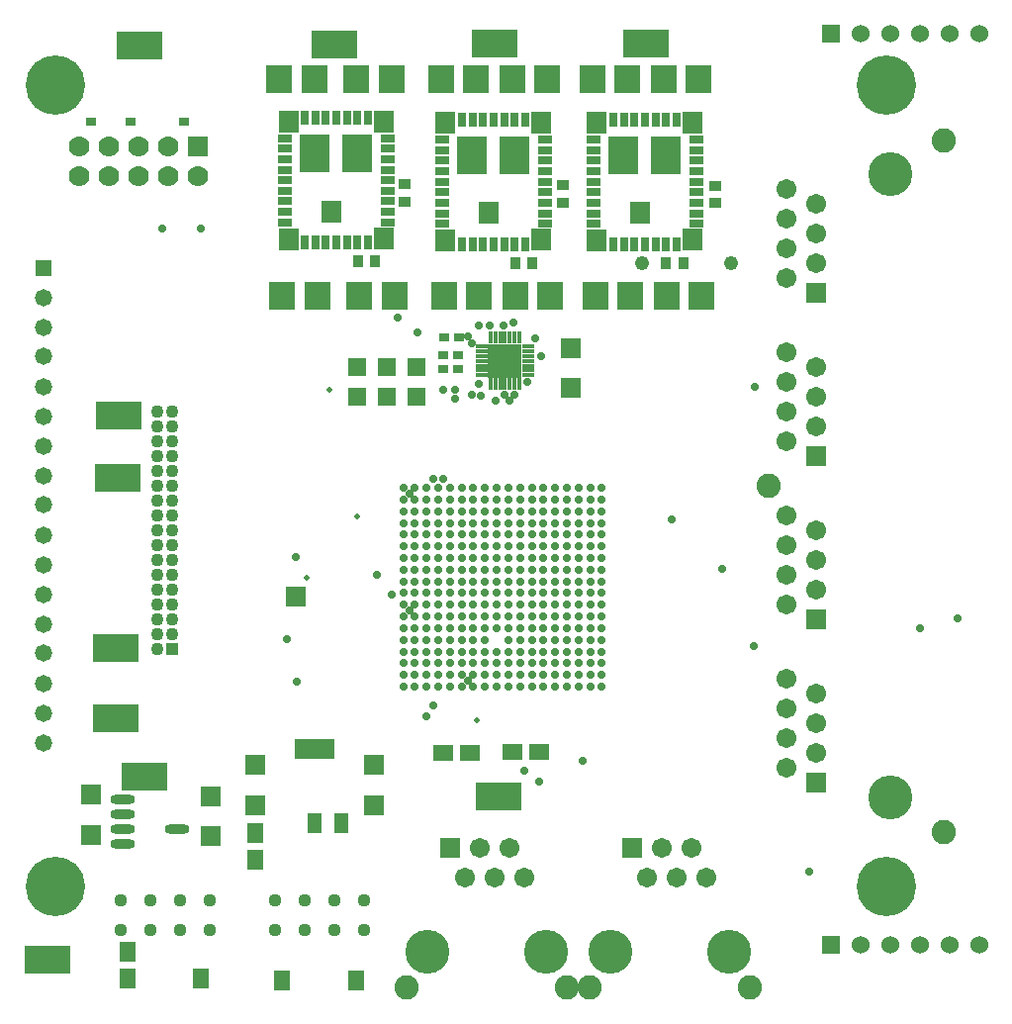
<source format=gts>
%FSLAX25Y25*%
%MOIN*%
G70*
G01*
G75*
G04 Layer_Color=8388736*
%ADD10C,0.00455*%
%ADD11C,0.00400*%
%ADD12C,0.02000*%
%ADD13R,0.02500X0.02000*%
%ADD14R,0.02756X0.03543*%
%ADD15R,0.06000X0.05000*%
%ADD16R,0.03740X0.02362*%
%ADD17R,0.02362X0.03740*%
%ADD18R,0.03740X0.02362*%
%ADD19R,0.02362X0.03740*%
%ADD20R,0.15000X0.08500*%
%ADD21R,0.03543X0.02756*%
%ADD22R,0.00800X0.03300*%
%ADD23R,0.03300X0.00800*%
%ADD24O,0.00800X0.03300*%
%ADD25R,0.10400X0.10400*%
%ADD26C,0.00600*%
%ADD27C,0.01200*%
%ADD28C,0.02500*%
%ADD29C,0.01000*%
%ADD30C,0.00800*%
%ADD31C,0.02000*%
%ADD32C,0.03500*%
%ADD33C,0.04000*%
%ADD34C,0.00500*%
%ADD35C,0.00900*%
%ADD36R,0.02362X0.03740*%
%ADD37R,0.02362X0.03740*%
%ADD38C,0.05200*%
%ADD39R,0.05200X0.05200*%
%ADD40R,0.06000X0.06000*%
%ADD41C,0.03600*%
%ADD42C,0.07400*%
%ADD43C,0.14000*%
%ADD44C,0.05906*%
%ADD45R,0.05906X0.05906*%
%ADD46R,0.07874X0.08661*%
%ADD47R,0.09252X0.12205*%
%ADD48R,0.06299X0.06693*%
%ADD49R,0.06299X0.06693*%
%ADD50C,0.20000*%
%ADD51R,0.05000X0.06000*%
%ADD52R,0.05906X0.05906*%
%ADD53C,0.03500*%
%ADD54R,0.03500X0.03500*%
%ADD55C,0.06200*%
%ADD56R,0.06200X0.06200*%
%ADD57C,0.05000*%
%ADD58R,0.05000X0.05000*%
%ADD59C,0.04000*%
G04:AMPARAMS|DCode=60|XSize=20mil|YSize=20mil|CornerRadius=10mil|HoleSize=0mil|Usage=FLASHONLY|Rotation=135.000|XOffset=0mil|YOffset=0mil|HoleType=Round|Shape=RoundedRectangle|*
%AMROUNDEDRECTD60*
21,1,0.02000,0.00000,0,0,135.0*
21,1,0.00000,0.02000,0,0,135.0*
1,1,0.02000,0.00000,0.00000*
1,1,0.02000,0.00000,0.00000*
1,1,0.02000,0.00000,0.00000*
1,1,0.02000,0.00000,0.00000*
%
%ADD60ROUNDEDRECTD60*%
%ADD61O,0.07480X0.02362*%
%ADD62R,0.03900X0.05900*%
%ADD63R,0.12900X0.05900*%
%ADD64C,0.02800*%
%ADD65C,0.05800*%
%ADD66C,0.04200*%
G04:AMPARAMS|DCode=67|XSize=42mil|YSize=42mil|CornerRadius=0mil|HoleSize=0mil|Usage=FLASHONLY|Rotation=0.000|XOffset=0mil|YOffset=0mil|HoleType=Round|Shape=Relief|Width=10mil|Gap=5mil|Entries=4|*
%AMTHD67*
7,0,0,0.04200,0.03200,0.01000,45*
%
%ADD67THD67*%
%ADD68C,0.08200*%
%ADD69C,0.14800*%
%ADD70C,0.05543*%
G04:AMPARAMS|DCode=71|XSize=28mil|YSize=28mil|CornerRadius=0mil|HoleSize=0mil|Usage=FLASHONLY|Rotation=0.000|XOffset=0mil|YOffset=0mil|HoleType=Round|Shape=Relief|Width=10mil|Gap=5mil|Entries=4|*
%AMTHD71*
7,0,0,0.02800,0.01800,0.01000,45*
%
%ADD71THD71*%
G04:AMPARAMS|DCode=72|XSize=40mil|YSize=40mil|CornerRadius=0mil|HoleSize=0mil|Usage=FLASHONLY|Rotation=0.000|XOffset=0mil|YOffset=0mil|HoleType=Round|Shape=Relief|Width=10mil|Gap=5mil|Entries=4|*
%AMTHD72*
7,0,0,0.04000,0.03000,0.01000,45*
%
%ADD72THD72*%
%ADD73C,0.17650*%
%ADD74C,0.05500*%
G04:AMPARAMS|DCode=75|XSize=52mil|YSize=52mil|CornerRadius=0mil|HoleSize=0mil|Usage=FLASHONLY|Rotation=0.000|XOffset=0mil|YOffset=0mil|HoleType=Round|Shape=Relief|Width=10mil|Gap=5mil|Entries=4|*
%AMTHD75*
7,0,0,0.05200,0.04200,0.01000,45*
%
%ADD75THD75*%
%ADD76C,0.04800*%
%ADD77C,0.00350*%
%ADD78R,0.02000X0.02000*%
%ADD79C,0.01969*%
%ADD80C,0.01600*%
%ADD81C,0.00383*%
G04:AMPARAMS|DCode=82|XSize=55mil|YSize=55mil|CornerRadius=0mil|HoleSize=0mil|Usage=FLASHONLY|Rotation=0.000|XOffset=0mil|YOffset=0mil|HoleType=Round|Shape=Relief|Width=10mil|Gap=5mil|Entries=4|*
%AMTHD82*
7,0,0,0.05500,0.04500,0.01000,45*
%
%ADD82THD82*%
G04:AMPARAMS|DCode=83|XSize=48mil|YSize=48mil|CornerRadius=0mil|HoleSize=0mil|Usage=FLASHONLY|Rotation=0.000|XOffset=0mil|YOffset=0mil|HoleType=Round|Shape=Relief|Width=10mil|Gap=5mil|Entries=4|*
%AMTHD83*
7,0,0,0.04800,0.03800,0.01000,45*
%
%ADD83THD83*%
G04:AMPARAMS|DCode=84|XSize=25mil|YSize=20mil|CornerRadius=0mil|HoleSize=0mil|Usage=FLASHONLY|Rotation=135.000|XOffset=0mil|YOffset=0mil|HoleType=Round|Shape=Rectangle|*
%AMROTATEDRECTD84*
4,1,4,0.01591,-0.00177,0.00177,-0.01591,-0.01591,0.00177,-0.00177,0.01591,0.01591,-0.00177,0.0*
%
%ADD84ROTATEDRECTD84*%

%ADD85R,0.02000X0.02500*%
%ADD86R,0.02300X0.02000*%
%ADD87R,0.01800X0.02500*%
%ADD88R,0.03347X0.05118*%
%ADD89R,0.07480X0.02362*%
%ADD90C,0.01500*%
%ADD91R,0.04000X0.04000*%
%ADD92R,0.02000X0.02500*%
%ADD93R,0.02000X0.02200*%
%ADD94C,0.01800*%
%ADD95R,0.02500X0.01900*%
G04:AMPARAMS|DCode=96|XSize=25mil|YSize=20mil|CornerRadius=10mil|HoleSize=0mil|Usage=FLASHONLY|Rotation=135.000|XOffset=0mil|YOffset=0mil|HoleType=Round|Shape=RoundedRectangle|*
%AMROUNDEDRECTD96*
21,1,0.02500,0.00000,0,0,135.0*
21,1,0.00500,0.02000,0,0,135.0*
1,1,0.02000,-0.00177,0.00177*
1,1,0.02000,0.00177,-0.00177*
1,1,0.02000,0.00177,-0.00177*
1,1,0.02000,-0.00177,0.00177*
%
%ADD96ROUNDEDRECTD96*%
%ADD97C,0.00984*%
%ADD98C,0.00787*%
%ADD99R,0.03300X0.02800*%
%ADD100R,0.03556X0.04343*%
%ADD101R,0.06800X0.05800*%
%ADD102R,0.04540X0.03162*%
%ADD103R,0.03162X0.04540*%
%ADD104R,0.04540X0.03162*%
%ADD105R,0.03162X0.04540*%
%ADD106R,0.15800X0.09300*%
%ADD107R,0.04343X0.03556*%
%ADD108R,0.01600X0.04100*%
%ADD109R,0.04100X0.01600*%
%ADD110O,0.01600X0.04100*%
%ADD111R,0.11200X0.11200*%
%ADD112C,0.06000*%
%ADD113R,0.06000X0.06000*%
%ADD114R,0.06800X0.06800*%
%ADD115C,0.04400*%
%ADD116C,0.06706*%
%ADD117R,0.06706X0.06706*%
%ADD118R,0.08674X0.09461*%
%ADD119R,0.10052X0.13005*%
%ADD120R,0.07099X0.07493*%
%ADD121R,0.07099X0.07493*%
%ADD122R,0.05800X0.06800*%
%ADD123R,0.06706X0.06706*%
%ADD124C,0.04300*%
%ADD125R,0.04300X0.04300*%
%ADD126C,0.07000*%
%ADD127R,0.07000X0.07000*%
%ADD128R,0.05800X0.05800*%
G04:AMPARAMS|DCode=129|XSize=28mil|YSize=28mil|CornerRadius=14mil|HoleSize=0mil|Usage=FLASHONLY|Rotation=135.000|XOffset=0mil|YOffset=0mil|HoleType=Round|Shape=RoundedRectangle|*
%AMROUNDEDRECTD129*
21,1,0.02800,0.00000,0,0,135.0*
21,1,0.00000,0.02800,0,0,135.0*
1,1,0.02800,0.00000,0.00000*
1,1,0.02800,0.00000,0.00000*
1,1,0.02800,0.00000,0.00000*
1,1,0.02800,0.00000,0.00000*
%
%ADD129ROUNDEDRECTD129*%
%ADD130O,0.08280X0.03162*%
%ADD131R,0.04700X0.06700*%
%ADD132R,0.13700X0.06700*%
D12*
X257100Y195400D02*
D03*
X199900Y243400D02*
D03*
X207500Y307000D02*
D03*
X216700Y264200D02*
D03*
D50*
X115000Y409500D02*
D03*
Y139500D02*
D03*
X395000Y409500D02*
D03*
Y139500D02*
D03*
D64*
X240209Y206867D02*
D03*
X236272Y238363D02*
D03*
X279580Y230489D02*
D03*
X240209D02*
D03*
X291391Y206867D02*
D03*
X287454D02*
D03*
X248083D02*
D03*
X232335D02*
D03*
X295328Y210804D02*
D03*
X287454D02*
D03*
X275643D02*
D03*
X252020D02*
D03*
X248083D02*
D03*
X232335D02*
D03*
X295328Y214741D02*
D03*
X259895D02*
D03*
X240209D02*
D03*
X271706Y218678D02*
D03*
X259895D02*
D03*
X240209D02*
D03*
X275643Y222615D02*
D03*
X236272D02*
D03*
X252020Y226552D02*
D03*
X248083Y230489D02*
D03*
X236272D02*
D03*
X248083Y234426D02*
D03*
X244146D02*
D03*
X240209D02*
D03*
X236272D02*
D03*
X232335D02*
D03*
X252020Y238363D02*
D03*
X248083D02*
D03*
X244146Y246237D02*
D03*
X236272D02*
D03*
X248083Y250174D02*
D03*
X236272Y258048D02*
D03*
X232335D02*
D03*
X267769Y261985D02*
D03*
X240209D02*
D03*
X232335D02*
D03*
X267769Y265922D02*
D03*
X248083D02*
D03*
X240209D02*
D03*
X232335D02*
D03*
X252020Y269859D02*
D03*
X248083D02*
D03*
X244146D02*
D03*
X259895Y273796D02*
D03*
X255957D02*
D03*
X252020D02*
D03*
X248083D02*
D03*
X244146D02*
D03*
X240209D02*
D03*
X252020Y206867D02*
D03*
X299265Y269859D02*
D03*
X291391D02*
D03*
X287454D02*
D03*
X299265Y258048D02*
D03*
X295328D02*
D03*
X291391D02*
D03*
X283517Y250174D02*
D03*
X295328Y246237D02*
D03*
Y250174D02*
D03*
X283517Y234426D02*
D03*
X299265Y238363D02*
D03*
Y261985D02*
D03*
Y234426D02*
D03*
X255957D02*
D03*
X279580Y218678D02*
D03*
X248083Y222615D02*
D03*
X240209D02*
D03*
X196000Y250600D02*
D03*
X291391Y230489D02*
D03*
X295328Y206867D02*
D03*
X299265Y214741D02*
D03*
X259895Y269859D02*
D03*
X291391Y273796D02*
D03*
X287454D02*
D03*
X283517D02*
D03*
X275643D02*
D03*
X283517Y261985D02*
D03*
X279580Y258048D02*
D03*
X299265Y273796D02*
D03*
X295328D02*
D03*
X271706Y269859D02*
D03*
X279580D02*
D03*
X283517Y265922D02*
D03*
X267769Y230489D02*
D03*
X232335Y273796D02*
D03*
X236272D02*
D03*
X263832D02*
D03*
X267769D02*
D03*
X271706D02*
D03*
X279580D02*
D03*
X232335Y269859D02*
D03*
X236272D02*
D03*
X240209D02*
D03*
X255957D02*
D03*
X263832D02*
D03*
X267769D02*
D03*
X275643D02*
D03*
X283517D02*
D03*
X295328D02*
D03*
X236272Y265922D02*
D03*
X244146D02*
D03*
X252020D02*
D03*
X255957D02*
D03*
X259895D02*
D03*
X263832D02*
D03*
X271706D02*
D03*
X275643D02*
D03*
X279580D02*
D03*
X287454D02*
D03*
X291391D02*
D03*
X295328D02*
D03*
X299265D02*
D03*
X236272Y261985D02*
D03*
X244146D02*
D03*
X248083D02*
D03*
X252020D02*
D03*
X255957D02*
D03*
X259895D02*
D03*
X263832D02*
D03*
X271706D02*
D03*
X279580D02*
D03*
X287454D02*
D03*
X291391D02*
D03*
X240209Y258048D02*
D03*
X244146D02*
D03*
X248083D02*
D03*
X252020D02*
D03*
X255957D02*
D03*
X259895D02*
D03*
X263832D02*
D03*
X267769D02*
D03*
X271706D02*
D03*
X232335Y254111D02*
D03*
X236272D02*
D03*
X240209D02*
D03*
X244146D02*
D03*
X248083D02*
D03*
X252020D02*
D03*
X255957D02*
D03*
X259895D02*
D03*
X263832D02*
D03*
X267769D02*
D03*
X271706D02*
D03*
X275643D02*
D03*
X279580D02*
D03*
X291391D02*
D03*
X295328D02*
D03*
X299265D02*
D03*
X232335Y250174D02*
D03*
X236272D02*
D03*
X240209D02*
D03*
X244146D02*
D03*
X252020D02*
D03*
X255957D02*
D03*
X259895D02*
D03*
X263832D02*
D03*
X267769D02*
D03*
X271706D02*
D03*
X275643D02*
D03*
X279580D02*
D03*
X287454D02*
D03*
X291391D02*
D03*
X232335Y246237D02*
D03*
X240209D02*
D03*
X252020D02*
D03*
X255957D02*
D03*
X259895D02*
D03*
X263832D02*
D03*
X267769D02*
D03*
X271706D02*
D03*
X275643D02*
D03*
X279580D02*
D03*
X287454D02*
D03*
X291391D02*
D03*
X299265D02*
D03*
X232335Y242300D02*
D03*
X236272D02*
D03*
X240209D02*
D03*
X244146D02*
D03*
X248083D02*
D03*
X252020D02*
D03*
X255957D02*
D03*
X259895D02*
D03*
X263832D02*
D03*
X267769D02*
D03*
X271706D02*
D03*
X275643D02*
D03*
X279580D02*
D03*
X283517D02*
D03*
X287454D02*
D03*
X291391D02*
D03*
X295328D02*
D03*
X299265D02*
D03*
X232335Y238363D02*
D03*
X240209D02*
D03*
X244146D02*
D03*
X255957D02*
D03*
X259895D02*
D03*
X263832D02*
D03*
X267769D02*
D03*
X271706D02*
D03*
X275643D02*
D03*
X279580D02*
D03*
X287454D02*
D03*
X252020Y234426D02*
D03*
X259895D02*
D03*
X263832D02*
D03*
X267769D02*
D03*
X271706D02*
D03*
X275643D02*
D03*
X232335Y230489D02*
D03*
X244146D02*
D03*
X252020D02*
D03*
X255957D02*
D03*
X259895D02*
D03*
X263832D02*
D03*
X271706D02*
D03*
X275643D02*
D03*
X283517D02*
D03*
X287454D02*
D03*
X295328D02*
D03*
X299265D02*
D03*
X232335Y226552D02*
D03*
X236272D02*
D03*
X240209D02*
D03*
X244146D02*
D03*
X255957D02*
D03*
X259895D02*
D03*
X263832D02*
D03*
X267769D02*
D03*
X271706D02*
D03*
X275643D02*
D03*
X279580D02*
D03*
X283517D02*
D03*
X287454D02*
D03*
X291391D02*
D03*
X295328D02*
D03*
X299265D02*
D03*
X232335Y222615D02*
D03*
X244146D02*
D03*
X252020D02*
D03*
X255957D02*
D03*
X259895D02*
D03*
X279580D02*
D03*
X283517D02*
D03*
X287454D02*
D03*
X291391D02*
D03*
X295328D02*
D03*
X299265D02*
D03*
X232335Y218678D02*
D03*
X236272D02*
D03*
X244146D02*
D03*
X248083D02*
D03*
X252020D02*
D03*
X255957D02*
D03*
X263832D02*
D03*
X267769D02*
D03*
X275643D02*
D03*
X283517D02*
D03*
X287454D02*
D03*
X291391D02*
D03*
X295328D02*
D03*
X299265D02*
D03*
X232335Y214741D02*
D03*
X236272D02*
D03*
X244146D02*
D03*
X248083D02*
D03*
X252020D02*
D03*
X255957D02*
D03*
X263832D02*
D03*
X267769D02*
D03*
X271706D02*
D03*
X275643D02*
D03*
X279580D02*
D03*
X283517D02*
D03*
X287454D02*
D03*
X291391D02*
D03*
X236272Y210804D02*
D03*
X240209D02*
D03*
X244146D02*
D03*
X255957D02*
D03*
X259895D02*
D03*
X263832D02*
D03*
X267769D02*
D03*
X291391D02*
D03*
X299265D02*
D03*
X236272Y206867D02*
D03*
X244146D02*
D03*
X255957D02*
D03*
X259895D02*
D03*
X263832D02*
D03*
X267769D02*
D03*
X275643D02*
D03*
X299265D02*
D03*
X291391Y238363D02*
D03*
X283517Y210804D02*
D03*
X279580D02*
D03*
X271706D02*
D03*
Y222615D02*
D03*
X248083Y226552D02*
D03*
X295328Y234426D02*
D03*
X291391D02*
D03*
X287454D02*
D03*
X279580D02*
D03*
X295328Y238363D02*
D03*
X283517Y246237D02*
D03*
X299265Y250174D02*
D03*
X283517Y254111D02*
D03*
X287454Y258048D02*
D03*
X295328Y261985D02*
D03*
X275643Y258048D02*
D03*
X283517D02*
D03*
X275643Y261985D02*
D03*
X283517Y238363D02*
D03*
X287454Y254111D02*
D03*
X267769Y222615D02*
D03*
X279580Y206867D02*
D03*
X248083Y246237D02*
D03*
X271706Y206867D02*
D03*
X283517D02*
D03*
X164100Y361200D02*
D03*
X151100Y361100D02*
D03*
X268200Y303100D02*
D03*
X269800Y305300D02*
D03*
X266200Y328400D02*
D03*
X261400D02*
D03*
X240000Y197000D02*
D03*
X350900Y307800D02*
D03*
X234400Y271800D02*
D03*
X242400Y200500D02*
D03*
X278300Y175000D02*
D03*
X273000Y178600D02*
D03*
X292900Y181800D02*
D03*
X248000Y250100D02*
D03*
X228535Y237712D02*
D03*
X234500Y232500D02*
D03*
X254000Y209000D02*
D03*
X249900Y307000D02*
D03*
X369000Y144500D02*
D03*
X419000Y230000D02*
D03*
X196500Y208500D02*
D03*
X193000Y223000D02*
D03*
X263600Y319400D02*
D03*
X245900Y307000D02*
D03*
X254100Y325000D02*
D03*
X255500Y322400D02*
D03*
X276900Y324100D02*
D03*
X278900Y318100D02*
D03*
X266600Y305300D02*
D03*
X269600Y329600D02*
D03*
X257900Y328400D02*
D03*
X249700Y303900D02*
D03*
X255500Y305300D02*
D03*
X258500Y304900D02*
D03*
X257700Y308900D02*
D03*
X223600Y244400D02*
D03*
X245800Y276900D02*
D03*
X242350Y276850D02*
D03*
X230500Y331300D02*
D03*
X237000Y326300D02*
D03*
X406400Y226500D02*
D03*
X339700Y246500D02*
D03*
X350400Y220400D02*
D03*
X322950Y263250D02*
D03*
X274000Y309400D02*
D03*
X263500Y303200D02*
D03*
D65*
X111000Y247941D02*
D03*
Y257980D02*
D03*
Y238000D02*
D03*
Y338000D02*
D03*
Y277961D02*
D03*
Y207980D02*
D03*
Y197941D02*
D03*
Y227961D02*
D03*
Y218020D02*
D03*
Y318020D02*
D03*
Y307980D02*
D03*
Y327961D02*
D03*
Y268020D02*
D03*
Y188000D02*
D03*
Y297941D02*
D03*
Y288000D02*
D03*
D68*
X287500Y105500D02*
D03*
X233500D02*
D03*
X295000D02*
D03*
X349000D02*
D03*
X355500Y274500D02*
D03*
X414500Y391000D02*
D03*
Y158000D02*
D03*
D69*
X280500Y117500D02*
D03*
X240500D02*
D03*
X302000D02*
D03*
X342000D02*
D03*
X396500Y169500D02*
D03*
Y379500D02*
D03*
D76*
X312700Y349500D02*
D03*
X342700D02*
D03*
D99*
X250800Y314000D02*
D03*
X250700Y318500D02*
D03*
X251000Y324600D02*
D03*
X245800Y314000D02*
D03*
X245700Y318500D02*
D03*
X127000Y397200D02*
D03*
X140500D02*
D03*
X158500D02*
D03*
X246000Y324600D02*
D03*
D100*
X320847Y349400D02*
D03*
X270047D02*
D03*
X217047Y350100D02*
D03*
X326753Y349400D02*
D03*
X222953Y350100D02*
D03*
X275953Y349400D02*
D03*
D101*
X245900Y184631D02*
D03*
X254900D02*
D03*
X278300Y184731D02*
D03*
X269300D02*
D03*
D102*
X245350Y362760D02*
D03*
Y366303D02*
D03*
Y369847D02*
D03*
Y373390D02*
D03*
Y376933D02*
D03*
Y380476D02*
D03*
Y384020D02*
D03*
Y387563D02*
D03*
X280193Y376933D02*
D03*
Y366303D02*
D03*
Y362760D02*
D03*
X245350Y391106D02*
D03*
X192362Y363272D02*
D03*
Y391618D02*
D03*
Y366815D02*
D03*
Y370358D02*
D03*
Y373902D02*
D03*
Y377445D02*
D03*
Y380988D02*
D03*
Y384532D02*
D03*
Y388075D02*
D03*
X227205Y377445D02*
D03*
Y366815D02*
D03*
Y363272D02*
D03*
X296350Y362760D02*
D03*
Y366303D02*
D03*
Y369847D02*
D03*
Y373390D02*
D03*
Y376933D02*
D03*
Y380476D02*
D03*
Y384020D02*
D03*
Y387563D02*
D03*
X331193Y376933D02*
D03*
Y366303D02*
D03*
Y362760D02*
D03*
X296350Y391106D02*
D03*
D103*
X259228Y397898D02*
D03*
X262772D02*
D03*
X266315D02*
D03*
X269858D02*
D03*
X273402D02*
D03*
X255685D02*
D03*
X252142D02*
D03*
X199154Y398409D02*
D03*
X202697D02*
D03*
X206240D02*
D03*
X209783D02*
D03*
X213327D02*
D03*
X216870D02*
D03*
X220413D02*
D03*
X310228Y397898D02*
D03*
X313772D02*
D03*
X317315D02*
D03*
X320858D02*
D03*
X324402D02*
D03*
X306685D02*
D03*
X303142D02*
D03*
D104*
X280193Y369847D02*
D03*
X227205Y370358D02*
D03*
X331193Y369847D02*
D03*
X280193Y391106D02*
D03*
Y387563D02*
D03*
Y384020D02*
D03*
Y380476D02*
D03*
Y373390D02*
D03*
X227205Y373902D02*
D03*
Y380988D02*
D03*
Y384532D02*
D03*
Y388075D02*
D03*
Y391618D02*
D03*
X331193Y391106D02*
D03*
Y387563D02*
D03*
Y384020D02*
D03*
Y380476D02*
D03*
Y373390D02*
D03*
D105*
X269858Y355969D02*
D03*
X216870Y356480D02*
D03*
X320858Y355969D02*
D03*
X252142D02*
D03*
X255685D02*
D03*
X259228D02*
D03*
X266315D02*
D03*
X262772D02*
D03*
X273402D02*
D03*
X202697Y356480D02*
D03*
X206240D02*
D03*
X209783D02*
D03*
X213327D02*
D03*
X220413D02*
D03*
X199154D02*
D03*
X303142Y355969D02*
D03*
X306685D02*
D03*
X310228D02*
D03*
X317315D02*
D03*
X313772D02*
D03*
X324402D02*
D03*
D106*
X135600Y219700D02*
D03*
Y196200D02*
D03*
X145000Y176500D02*
D03*
X264500Y170000D02*
D03*
X112500Y115000D02*
D03*
X263200Y423500D02*
D03*
X136100Y277300D02*
D03*
X209300Y423200D02*
D03*
X143500Y423000D02*
D03*
X136400Y298200D02*
D03*
X314200Y423500D02*
D03*
D107*
X286100Y369947D02*
D03*
X337500Y369747D02*
D03*
X232800Y370347D02*
D03*
X337500Y375653D02*
D03*
X286100Y375853D02*
D03*
X232800Y376253D02*
D03*
D108*
X271400Y308800D02*
D03*
X266600D02*
D03*
X269800D02*
D03*
X268200D02*
D03*
X263400D02*
D03*
X265000D02*
D03*
X271400Y324400D02*
D03*
X269800D02*
D03*
X268200D02*
D03*
X263400D02*
D03*
X265000D02*
D03*
X261800D02*
D03*
X266600D02*
D03*
D109*
X274400Y311800D02*
D03*
Y315000D02*
D03*
Y313400D02*
D03*
X258800Y311800D02*
D03*
Y313400D02*
D03*
Y316600D02*
D03*
Y315000D02*
D03*
X274400Y321400D02*
D03*
Y319800D02*
D03*
Y318200D02*
D03*
X258800D02*
D03*
Y321400D02*
D03*
Y319800D02*
D03*
X274400Y316600D02*
D03*
D110*
X261800Y308800D02*
D03*
D111*
X266600Y316600D02*
D03*
D112*
X396500Y120000D02*
D03*
X406500D02*
D03*
X426500D02*
D03*
X416500D02*
D03*
X386500D02*
D03*
Y427000D02*
D03*
X416500D02*
D03*
X426500D02*
D03*
X406500D02*
D03*
X396500D02*
D03*
D113*
X376500Y120000D02*
D03*
Y427000D02*
D03*
X226700Y304500D02*
D03*
X236700D02*
D03*
X216700D02*
D03*
X236700Y314500D02*
D03*
X226700D02*
D03*
X216700D02*
D03*
D114*
X288800Y307400D02*
D03*
Y320900D02*
D03*
X196000Y237100D02*
D03*
X167500Y170000D02*
D03*
X222500Y180500D02*
D03*
Y167000D02*
D03*
X127000Y157000D02*
D03*
Y170500D02*
D03*
X167500Y156500D02*
D03*
X182500Y167000D02*
D03*
Y180500D02*
D03*
D115*
X219000Y135000D02*
D03*
X209000D02*
D03*
X199000D02*
D03*
X189000D02*
D03*
Y125000D02*
D03*
X199000D02*
D03*
X209000D02*
D03*
X219000D02*
D03*
X167000D02*
D03*
X157000D02*
D03*
X147000D02*
D03*
X137000D02*
D03*
Y135000D02*
D03*
X147000D02*
D03*
X157000D02*
D03*
X167000D02*
D03*
D116*
X253000Y142500D02*
D03*
X263000D02*
D03*
X258000Y152500D02*
D03*
X268000D02*
D03*
X273000Y142500D02*
D03*
X334500D02*
D03*
X329500Y152500D02*
D03*
X319500D02*
D03*
X324500Y142500D02*
D03*
X314500D02*
D03*
X371500Y349500D02*
D03*
Y359500D02*
D03*
X361500Y354500D02*
D03*
Y364500D02*
D03*
X371500Y369500D02*
D03*
X361500Y344500D02*
D03*
Y374500D02*
D03*
X371500Y294500D02*
D03*
Y304500D02*
D03*
X361500Y299500D02*
D03*
Y309500D02*
D03*
X371500Y314500D02*
D03*
X361500Y289500D02*
D03*
Y319500D02*
D03*
X371500Y239500D02*
D03*
Y249500D02*
D03*
X361500Y244500D02*
D03*
Y254500D02*
D03*
X371500Y259500D02*
D03*
X361500Y234500D02*
D03*
Y264500D02*
D03*
X371500Y184500D02*
D03*
Y194500D02*
D03*
X361500Y189500D02*
D03*
Y199500D02*
D03*
X371500Y204500D02*
D03*
X361500Y179500D02*
D03*
Y209500D02*
D03*
D117*
X248000Y152500D02*
D03*
X309500D02*
D03*
D118*
X190594Y411500D02*
D03*
X202406D02*
D03*
X320094D02*
D03*
X331906D02*
D03*
X307906D02*
D03*
X296094D02*
D03*
X269094D02*
D03*
X256906D02*
D03*
X257906Y338500D02*
D03*
X321094D02*
D03*
X308906D02*
D03*
X217594D02*
D03*
X245094Y411500D02*
D03*
X216594D02*
D03*
X228406D02*
D03*
X280906D02*
D03*
X246094Y338500D02*
D03*
X281906D02*
D03*
X270094D02*
D03*
X229406D02*
D03*
X297094D02*
D03*
X332906D02*
D03*
X203406D02*
D03*
X191594D02*
D03*
D119*
X255488Y385988D02*
D03*
X269957D02*
D03*
X216968Y386500D02*
D03*
X202500D02*
D03*
X306488Y385988D02*
D03*
X320957D02*
D03*
D120*
X261000Y366500D02*
D03*
X208012Y367012D02*
D03*
X312000Y366500D02*
D03*
D121*
X278913Y357445D02*
D03*
Y396815D02*
D03*
X246630Y357051D02*
D03*
Y396815D02*
D03*
X225925Y357957D02*
D03*
Y397327D02*
D03*
X193642Y357563D02*
D03*
Y397327D02*
D03*
X329913Y357445D02*
D03*
Y396815D02*
D03*
X297630Y357051D02*
D03*
Y396815D02*
D03*
D122*
X139500Y108500D02*
D03*
X164000D02*
D03*
X216500Y108000D02*
D03*
X191500D02*
D03*
X139500Y117500D02*
D03*
X182400Y157600D02*
D03*
Y148600D02*
D03*
D123*
X371500Y339500D02*
D03*
Y284500D02*
D03*
Y229500D02*
D03*
Y174500D02*
D03*
D124*
X154600Y299500D02*
D03*
X149600Y294500D02*
D03*
Y299500D02*
D03*
X154600Y294500D02*
D03*
X149600Y284500D02*
D03*
Y289500D02*
D03*
X154600D02*
D03*
Y234500D02*
D03*
X149600Y279500D02*
D03*
X154600Y284500D02*
D03*
X149600Y274500D02*
D03*
X154600D02*
D03*
X149600Y264500D02*
D03*
Y269500D02*
D03*
X154600D02*
D03*
Y279500D02*
D03*
X149600Y259500D02*
D03*
X154600Y264500D02*
D03*
X149600Y219500D02*
D03*
X154600Y224500D02*
D03*
X149600Y239500D02*
D03*
Y224500D02*
D03*
X154600Y229500D02*
D03*
X149600D02*
D03*
X154600Y239500D02*
D03*
X149600Y234500D02*
D03*
Y244500D02*
D03*
X154600Y249500D02*
D03*
Y244500D02*
D03*
X149600Y249500D02*
D03*
X154600Y254500D02*
D03*
Y259500D02*
D03*
X149600Y254500D02*
D03*
D125*
X154600Y219500D02*
D03*
D126*
X133000Y379000D02*
D03*
Y389000D02*
D03*
X143000Y379000D02*
D03*
Y389000D02*
D03*
X153000D02*
D03*
X123000D02*
D03*
X163000Y379000D02*
D03*
X123000D02*
D03*
X153000D02*
D03*
D127*
X163000Y389000D02*
D03*
D128*
X111000Y347941D02*
D03*
D129*
X295328Y230489D02*
D03*
D130*
X137748Y164000D02*
D03*
Y159000D02*
D03*
X156252D02*
D03*
X137748Y154000D02*
D03*
Y169000D02*
D03*
D131*
X202400Y160883D02*
D03*
X211455D02*
D03*
D132*
X202400Y185800D02*
D03*
M02*

</source>
